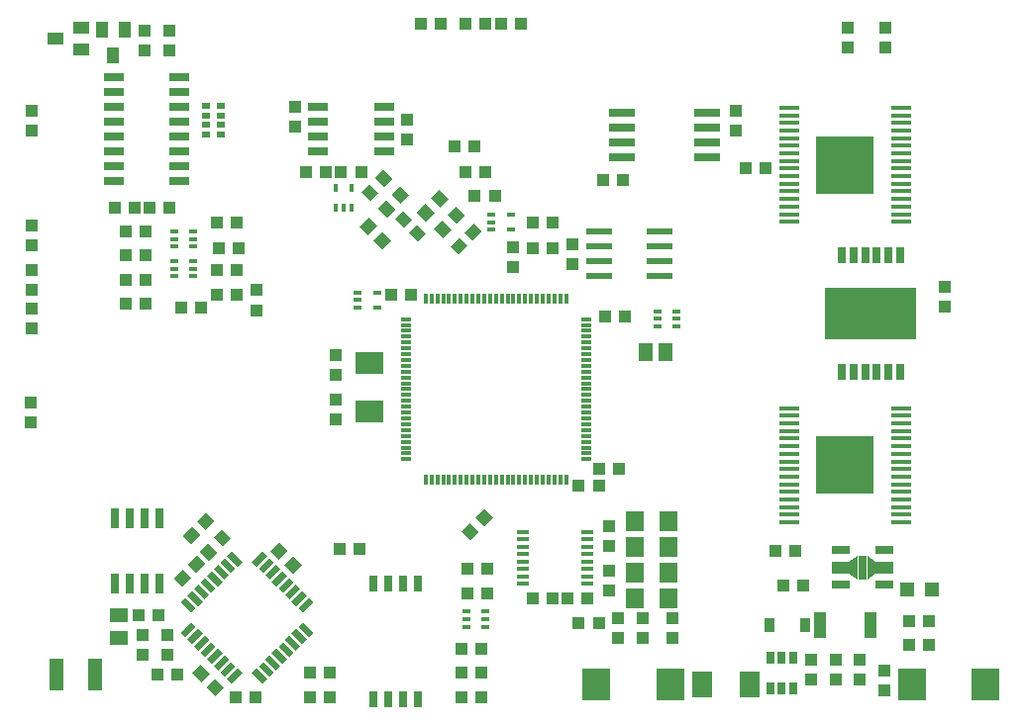
<source format=gbr>
G04 #@! TF.GenerationSoftware,KiCad,Pcbnew,(5.99.0-296-g10468236c)*
G04 #@! TF.CreationDate,2020-04-10T19:10:07+02:00*
G04 #@! TF.ProjectId,kimkong,6b696d6b-6f6e-4672-9e6b-696361645f70,rev?*
G04 #@! TF.SameCoordinates,Original*
G04 #@! TF.FileFunction,Paste,Top*
G04 #@! TF.FilePolarity,Positive*
%FSLAX46Y46*%
G04 Gerber Fmt 4.6, Leading zero omitted, Abs format (unit mm)*
G04 Created by KiCad (PCBNEW (5.99.0-296-g10468236c)) date 2020-04-10 19:10:07*
%MOMM*%
%LPD*%
G04 APERTURE LIST*
%ADD10R,1.000000X2.200000*%
%ADD11R,2.400000X2.800000*%
%ADD12R,1.780000X2.160000*%
%ADD13R,1.500000X0.700000*%
%ADD14R,1.500000X1.000000*%
%ADD15R,0.800000X2.000000*%
%ADD16R,5.000000X5.000000*%
%ADD17R,1.700000X0.380000*%
%ADD18R,2.200000X0.635000*%
%ADD19R,0.690000X1.350000*%
%ADD20R,1.000000X1.100000*%
%ADD21R,1.100000X1.000000*%
%ADD22R,0.800000X0.400000*%
%ADD23R,1.000000X0.400000*%
%ADD24R,1.300000X1.500000*%
%ADD25R,1.500000X1.300000*%
%ADD26R,1.200000X1.200000*%
%ADD27R,1.200000X2.800000*%
%ADD28R,1.000000X1.400000*%
%ADD29R,1.400000X1.000000*%
%ADD30R,1.600000X1.803000*%
%ADD31R,0.690000X0.990000*%
%ADD32R,0.850000X1.200000*%
%ADD33R,2.400000X1.900000*%
%ADD34R,2.200000X0.600000*%
%ADD35R,1.750000X0.650000*%
%ADD36R,0.650000X0.500000*%
%ADD37R,0.650000X1.750000*%
%ADD38R,0.900000X0.300000*%
%ADD39R,0.300000X0.900000*%
%ADD40R,7.800000X4.400000*%
%ADD41R,0.650000X1.350000*%
%ADD42R,0.400000X0.700000*%
%ADD43R,0.700000X0.400000*%
%ADD44R,0.800000X0.350000*%
G04 APERTURE END LIST*
D10*
X173153600Y-127701100D03*
X177453600Y-127701100D03*
D11*
X154056100Y-132781100D03*
X160356100Y-132781100D03*
D12*
X167183600Y-132781100D03*
X163113600Y-132781100D03*
G36*
X176400000Y-123800000D02*
G01*
X175650000Y-123300000D01*
X175650000Y-122300000D01*
X176400000Y-121800000D01*
X176400000Y-123800000D01*
G37*
D13*
X174950000Y-124300000D03*
X174950000Y-121300000D03*
X178650000Y-124300000D03*
D14*
X178650000Y-122800000D03*
D13*
X178650000Y-121300000D03*
D14*
X174950000Y-122800000D03*
G36*
X177200000Y-121800000D02*
G01*
X177950000Y-122300000D01*
X177950000Y-123300000D01*
X177200000Y-123800000D01*
X177200000Y-121800000D01*
G37*
D15*
X176800000Y-122800000D03*
D16*
X175303600Y-88331100D03*
D17*
X180103600Y-83456100D03*
X180103600Y-84106100D03*
X180103600Y-84756100D03*
X180103600Y-85406100D03*
X180103600Y-86056100D03*
X180103600Y-86706100D03*
X180103600Y-87356100D03*
X180103600Y-88006100D03*
X180103600Y-88656100D03*
X180103600Y-89306100D03*
X180103600Y-89956100D03*
X180103600Y-90606100D03*
X180103600Y-91256100D03*
X180103600Y-91906100D03*
X180103600Y-92556100D03*
X180103600Y-93206100D03*
X170503600Y-93206100D03*
X170503600Y-92556100D03*
X170503600Y-91906100D03*
X170503600Y-91256100D03*
X170503600Y-90606100D03*
X170503600Y-89956100D03*
X170503600Y-89306100D03*
X170503600Y-88656100D03*
X170503600Y-88006100D03*
X170503600Y-87356100D03*
X170503600Y-86706100D03*
X170503600Y-86056100D03*
X170503600Y-85406100D03*
X170503600Y-84756100D03*
X170503600Y-84106100D03*
X170503600Y-83456100D03*
D18*
X163556150Y-83886100D03*
X163556150Y-85156100D03*
X163556150Y-86426100D03*
X163556150Y-87696100D03*
X156253550Y-87696100D03*
X156253550Y-86426100D03*
X156253550Y-85156100D03*
X156253550Y-83886100D03*
D19*
X134981100Y-124219850D03*
X138791100Y-124219850D03*
X136251100Y-124219850D03*
X137521100Y-124219850D03*
X134981100Y-134049850D03*
X136251100Y-134049850D03*
X137521100Y-134049850D03*
X138791100Y-134049850D03*
D20*
X131806100Y-106326100D03*
X131806100Y-104626100D03*
X131806100Y-108436100D03*
X131806100Y-110136100D03*
D21*
X144721100Y-125002350D03*
X143021100Y-125002350D03*
D20*
X155142350Y-124741100D03*
X155142350Y-123041100D03*
X155142350Y-120931100D03*
X155142350Y-119231100D03*
D21*
X144721100Y-122938600D03*
X143021100Y-122938600D03*
D22*
X142912350Y-126574850D03*
X142912350Y-127224850D03*
X142912350Y-127874850D03*
X144512350Y-127874850D03*
X144512350Y-127224850D03*
X144512350Y-126574850D03*
D23*
X147788600Y-119763100D03*
X147788600Y-120398100D03*
X147788600Y-121033100D03*
X147788600Y-121668100D03*
X147788600Y-122304100D03*
X147788600Y-122939100D03*
X147788600Y-123574100D03*
X147788600Y-124209100D03*
X153288600Y-124209100D03*
X153288600Y-123574100D03*
X153288600Y-122939100D03*
X153288600Y-122304100D03*
X153288600Y-121668100D03*
X153288600Y-121033100D03*
X153288600Y-120398100D03*
X153288600Y-119763100D03*
D24*
X158261100Y-104364850D03*
X159961100Y-104364850D03*
D20*
X150277350Y-125478600D03*
X148577350Y-125478600D03*
X151593600Y-125478600D03*
X153293600Y-125478600D03*
D21*
X160539850Y-127168600D03*
X160539850Y-128868600D03*
D20*
X152546100Y-127542350D03*
X154246100Y-127542350D03*
D16*
X175303600Y-114048600D03*
D17*
X180103600Y-109173600D03*
X180103600Y-109823600D03*
X180103600Y-110473600D03*
X180103600Y-111123600D03*
X180103600Y-111773600D03*
X180103600Y-112423600D03*
X180103600Y-113073600D03*
X180103600Y-113723600D03*
X180103600Y-114373600D03*
X180103600Y-115023600D03*
X180103600Y-115673600D03*
X180103600Y-116323600D03*
X180103600Y-116973600D03*
X180103600Y-117623600D03*
X180103600Y-118273600D03*
X180103600Y-118923600D03*
X170503600Y-118923600D03*
X170503600Y-118273600D03*
X170503600Y-117623600D03*
X170503600Y-116973600D03*
X170503600Y-116323600D03*
X170503600Y-115673600D03*
X170503600Y-115023600D03*
X170503600Y-114373600D03*
X170503600Y-113723600D03*
X170503600Y-113073600D03*
X170503600Y-112423600D03*
X170503600Y-111773600D03*
X170503600Y-111123600D03*
X170503600Y-110473600D03*
X170503600Y-109823600D03*
X170503600Y-109173600D03*
D25*
X113232350Y-128809850D03*
X113232350Y-126909850D03*
D20*
X182503600Y-127383600D03*
X180803600Y-127383600D03*
D26*
X182703600Y-124684850D03*
X180603600Y-124684850D03*
D27*
X111231100Y-131987350D03*
X107931100Y-131987350D03*
D11*
X187343600Y-132781100D03*
X181043600Y-132781100D03*
D21*
X117518600Y-76844850D03*
X117518600Y-78544850D03*
X115454850Y-76844850D03*
X115454850Y-78544850D03*
D28*
X112756100Y-78953600D03*
X111806100Y-76753600D03*
X113706100Y-76753600D03*
D29*
X107846100Y-77536100D03*
X110046100Y-76586100D03*
X110046100Y-78486100D03*
D30*
X160215600Y-118811100D03*
X157371600Y-118811100D03*
X160215600Y-121033600D03*
X157371600Y-121033600D03*
X160215600Y-123256100D03*
X157371600Y-123256100D03*
X160215600Y-125478600D03*
X157371600Y-125478600D03*
D20*
X116622350Y-126907350D03*
X114922350Y-126907350D03*
D21*
X117359850Y-130297350D03*
X117359850Y-128597350D03*
X115296100Y-128597350D03*
X115296100Y-130297350D03*
G36*
X119901246Y-121753847D02*
G01*
X120608353Y-122460954D01*
X119830536Y-123238771D01*
X119123429Y-122531664D01*
X119901246Y-121753847D01*
G37*
G36*
X118699164Y-122955929D02*
G01*
X119406271Y-123663036D01*
X118628454Y-124440853D01*
X117921347Y-123733746D01*
X118699164Y-122955929D01*
G37*
G36*
X119508847Y-131827204D02*
G01*
X120215954Y-131120097D01*
X120993771Y-131897914D01*
X120286664Y-132605021D01*
X119508847Y-131827204D01*
G37*
G36*
X120710929Y-133029286D02*
G01*
X121418036Y-132322179D01*
X122195853Y-133099996D01*
X121488746Y-133807103D01*
X120710929Y-133029286D01*
G37*
D20*
X123177350Y-133892350D03*
X124877350Y-133892350D03*
X118209850Y-131987350D03*
X116509850Y-131987350D03*
X131227350Y-133892350D03*
X129527350Y-133892350D03*
D21*
X129527350Y-131828600D03*
X131227350Y-131828600D03*
G36*
X120850954Y-120733429D02*
G01*
X121628771Y-121511246D01*
X120921664Y-122218353D01*
X120143847Y-121440536D01*
X120850954Y-120733429D01*
G37*
G36*
X122053036Y-119531347D02*
G01*
X122830853Y-120309164D01*
X122123746Y-121016271D01*
X121345929Y-120238454D01*
X122053036Y-119531347D01*
G37*
G36*
X119422204Y-120789603D02*
G01*
X118715097Y-120082496D01*
X119492914Y-119304679D01*
X120200021Y-120011786D01*
X119422204Y-120789603D01*
G37*
G36*
X120624286Y-119587521D02*
G01*
X119917179Y-118880414D01*
X120694996Y-118102597D01*
X121402103Y-118809704D01*
X120624286Y-119587521D01*
G37*
G36*
X127378429Y-122622496D02*
G01*
X128156246Y-121844679D01*
X128863353Y-122551786D01*
X128085536Y-123329603D01*
X127378429Y-122622496D01*
G37*
G36*
X126176347Y-121420414D02*
G01*
X126954164Y-120642597D01*
X127661271Y-121349704D01*
X126883454Y-122127521D01*
X126176347Y-121420414D01*
G37*
G36*
X118919427Y-128768106D02*
G01*
X118524296Y-128372975D01*
X119422321Y-127474950D01*
X119817452Y-127870081D01*
X118919427Y-128768106D01*
G37*
G36*
X119485113Y-129333791D02*
G01*
X119089982Y-128938660D01*
X119988007Y-128040635D01*
X120383138Y-128435766D01*
X119485113Y-129333791D01*
G37*
G36*
X120050798Y-129899476D02*
G01*
X119655667Y-129504345D01*
X120553692Y-128606320D01*
X120948823Y-129001451D01*
X120050798Y-129899476D01*
G37*
G36*
X120616484Y-130465162D02*
G01*
X120221353Y-130070031D01*
X121119378Y-129172006D01*
X121514509Y-129567137D01*
X120616484Y-130465162D01*
G37*
G36*
X121182169Y-131030847D02*
G01*
X120787038Y-130635716D01*
X121685063Y-129737691D01*
X122080194Y-130132822D01*
X121182169Y-131030847D01*
G37*
G36*
X121747855Y-131596533D02*
G01*
X121352724Y-131201402D01*
X122250749Y-130303377D01*
X122645880Y-130698508D01*
X121747855Y-131596533D01*
G37*
G36*
X122313540Y-132162218D02*
G01*
X121918409Y-131767087D01*
X122816434Y-130869062D01*
X123211565Y-131264193D01*
X122313540Y-132162218D01*
G37*
G36*
X122879225Y-132727904D02*
G01*
X122484094Y-132332773D01*
X123382119Y-131434748D01*
X123777250Y-131829879D01*
X122879225Y-132727904D01*
G37*
G36*
X125492975Y-132727904D02*
G01*
X124594950Y-131829879D01*
X124990081Y-131434748D01*
X125888106Y-132332773D01*
X125492975Y-132727904D01*
G37*
G36*
X126058660Y-132162218D02*
G01*
X125160635Y-131264193D01*
X125555766Y-130869062D01*
X126453791Y-131767087D01*
X126058660Y-132162218D01*
G37*
G36*
X126624345Y-131596533D02*
G01*
X125726320Y-130698508D01*
X126121451Y-130303377D01*
X127019476Y-131201402D01*
X126624345Y-131596533D01*
G37*
G36*
X127190031Y-131030847D02*
G01*
X126292006Y-130132822D01*
X126687137Y-129737691D01*
X127585162Y-130635716D01*
X127190031Y-131030847D01*
G37*
G36*
X127755716Y-130465162D02*
G01*
X126857691Y-129567137D01*
X127252822Y-129172006D01*
X128150847Y-130070031D01*
X127755716Y-130465162D01*
G37*
G36*
X128321402Y-129899476D02*
G01*
X127423377Y-129001451D01*
X127818508Y-128606320D01*
X128716533Y-129504345D01*
X128321402Y-129899476D01*
G37*
G36*
X128887087Y-129333791D02*
G01*
X127989062Y-128435766D01*
X128384193Y-128040635D01*
X129282218Y-128938660D01*
X128887087Y-129333791D01*
G37*
G36*
X129452773Y-128768106D02*
G01*
X128554748Y-127870081D01*
X128949879Y-127474950D01*
X129847904Y-128372975D01*
X129452773Y-128768106D01*
G37*
G36*
X128949879Y-126657250D02*
G01*
X128554748Y-126262119D01*
X129452773Y-125364094D01*
X129847904Y-125759225D01*
X128949879Y-126657250D01*
G37*
G36*
X128384193Y-126091565D02*
G01*
X127989062Y-125696434D01*
X128887087Y-124798409D01*
X129282218Y-125193540D01*
X128384193Y-126091565D01*
G37*
G36*
X127818508Y-125525880D02*
G01*
X127423377Y-125130749D01*
X128321402Y-124232724D01*
X128716533Y-124627855D01*
X127818508Y-125525880D01*
G37*
G36*
X127252822Y-124960194D02*
G01*
X126857691Y-124565063D01*
X127755716Y-123667038D01*
X128150847Y-124062169D01*
X127252822Y-124960194D01*
G37*
G36*
X126687137Y-124394509D02*
G01*
X126292006Y-123999378D01*
X127190031Y-123101353D01*
X127585162Y-123496484D01*
X126687137Y-124394509D01*
G37*
G36*
X126121451Y-123828823D02*
G01*
X125726320Y-123433692D01*
X126624345Y-122535667D01*
X127019476Y-122930798D01*
X126121451Y-123828823D01*
G37*
G36*
X125555766Y-123263138D02*
G01*
X125160635Y-122868007D01*
X126058660Y-121969982D01*
X126453791Y-122365113D01*
X125555766Y-123263138D01*
G37*
G36*
X124990081Y-122697452D02*
G01*
X124594950Y-122302321D01*
X125492975Y-121404296D01*
X125888106Y-121799427D01*
X124990081Y-122697452D01*
G37*
G36*
X123382119Y-122697452D02*
G01*
X122484094Y-121799427D01*
X122879225Y-121404296D01*
X123777250Y-122302321D01*
X123382119Y-122697452D01*
G37*
G36*
X122816434Y-123263138D02*
G01*
X121918409Y-122365113D01*
X122313540Y-121969982D01*
X123211565Y-122868007D01*
X122816434Y-123263138D01*
G37*
G36*
X122250749Y-123828823D02*
G01*
X121352724Y-122930798D01*
X121747855Y-122535667D01*
X122645880Y-123433692D01*
X122250749Y-123828823D01*
G37*
G36*
X121685063Y-124394509D02*
G01*
X120787038Y-123496484D01*
X121182169Y-123101353D01*
X122080194Y-123999378D01*
X121685063Y-124394509D01*
G37*
G36*
X121119378Y-124960194D02*
G01*
X120221353Y-124062169D01*
X120616484Y-123667038D01*
X121514509Y-124565063D01*
X121119378Y-124960194D01*
G37*
G36*
X120553692Y-125525880D02*
G01*
X119655667Y-124627855D01*
X120050798Y-124232724D01*
X120948823Y-125130749D01*
X120553692Y-125525880D01*
G37*
G36*
X119988007Y-126091565D02*
G01*
X119089982Y-125193540D01*
X119485113Y-124798409D01*
X120383138Y-125696434D01*
X119988007Y-126091565D01*
G37*
G36*
X119422321Y-126657250D02*
G01*
X118524296Y-125759225D01*
X118919427Y-125364094D01*
X119817452Y-126262119D01*
X119422321Y-126657250D01*
G37*
D31*
X168956100Y-133128600D03*
X169906100Y-133128600D03*
X170856100Y-133128600D03*
X170856100Y-130528600D03*
X169906100Y-130528600D03*
X168956100Y-130528600D03*
D20*
X172446100Y-130661100D03*
X172446100Y-132361100D03*
D21*
X178637350Y-133313600D03*
X178637350Y-131613600D03*
X174509850Y-130661100D03*
X174509850Y-132361100D03*
D20*
X176573600Y-132361100D03*
X176573600Y-130661100D03*
D21*
X169373600Y-121351100D03*
X171073600Y-121351100D03*
X170008600Y-124367350D03*
X171708600Y-124367350D03*
X182503600Y-129447350D03*
X180803600Y-129447350D03*
D32*
X171882350Y-127701100D03*
X168882350Y-127701100D03*
D33*
X134663600Y-105331100D03*
X134663600Y-109431100D03*
D20*
X183876100Y-100452350D03*
X183876100Y-98752350D03*
X166833600Y-88648600D03*
X168533600Y-88648600D03*
D22*
X159263600Y-100857350D03*
X159263600Y-101507350D03*
X159263600Y-102157350D03*
X160863600Y-102157350D03*
X160863600Y-101507350D03*
X160863600Y-100857350D03*
D20*
X150277350Y-95474850D03*
X148577350Y-95474850D03*
X151967350Y-96801100D03*
X151967350Y-95101100D03*
D34*
X154288600Y-95316100D03*
X159488600Y-95316100D03*
X154288600Y-94046100D03*
X154288600Y-96586100D03*
X154288600Y-97856100D03*
X159488600Y-94046100D03*
X159488600Y-96586100D03*
X159488600Y-97856100D03*
D21*
X154246100Y-115794850D03*
X152546100Y-115794850D03*
X154768600Y-101348600D03*
X156468600Y-101348600D03*
X154292350Y-114366100D03*
X155992350Y-114366100D03*
D35*
X118413600Y-88489850D03*
X112813600Y-88489850D03*
X118413600Y-89759850D03*
X118413600Y-87219850D03*
X118413600Y-85949850D03*
X112813600Y-89759850D03*
X112813600Y-87219850D03*
X112813600Y-85949850D03*
X118413600Y-83409850D03*
X112813600Y-83409850D03*
X118413600Y-84679850D03*
X118413600Y-82139850D03*
X118413600Y-80869850D03*
X112813600Y-84679850D03*
X112813600Y-82139850D03*
X112813600Y-80869850D03*
D36*
X121953600Y-85721100D03*
X121953600Y-84921100D03*
X121953600Y-84121100D03*
X121953600Y-83321100D03*
X120703600Y-83321100D03*
X120703600Y-84121100D03*
X120703600Y-84921100D03*
X120703600Y-85721100D03*
D37*
X114184850Y-124151100D03*
X114184850Y-118551100D03*
X112914850Y-124151100D03*
X115454850Y-124151100D03*
X116724850Y-124151100D03*
X112914850Y-118551100D03*
X115454850Y-118551100D03*
X116724850Y-118551100D03*
D20*
X124979850Y-100769850D03*
X124979850Y-99069850D03*
D21*
X113811100Y-96109850D03*
X115511100Y-96109850D03*
D20*
X115874850Y-91982350D03*
X117574850Y-91982350D03*
X142544850Y-133892350D03*
X144244850Y-133892350D03*
X144244850Y-129764850D03*
X142544850Y-129764850D03*
D21*
X123289850Y-99443600D03*
X121589850Y-99443600D03*
X113811100Y-98173600D03*
X115511100Y-98173600D03*
X113811100Y-94046100D03*
X115511100Y-94046100D03*
X123448600Y-95474850D03*
X121748600Y-95474850D03*
X113811100Y-100237350D03*
X115511100Y-100237350D03*
X123289850Y-97379850D03*
X121589850Y-97379850D03*
X144244850Y-131828600D03*
X142544850Y-131828600D03*
X146887350Y-97118600D03*
X146887350Y-95418600D03*
D22*
X117988600Y-96571100D03*
X117988600Y-97221100D03*
X117988600Y-97871100D03*
X119588600Y-97871100D03*
X119588600Y-97221100D03*
X119588600Y-96571100D03*
X117988600Y-94031100D03*
X117988600Y-94681100D03*
X117988600Y-95331100D03*
X119588600Y-95331100D03*
X119588600Y-94681100D03*
X119588600Y-94031100D03*
D38*
X137738600Y-101539850D03*
X137738600Y-102039850D03*
X137738600Y-102539850D03*
X137738600Y-103039850D03*
X137738600Y-103539850D03*
X137738600Y-104039850D03*
X137738600Y-104539850D03*
X137738600Y-105039850D03*
X137738600Y-105539850D03*
X137738600Y-106039850D03*
X137738600Y-106539850D03*
X137738600Y-107039850D03*
X137738600Y-107539850D03*
X137738600Y-108039850D03*
X137738600Y-108539850D03*
X137738600Y-109039850D03*
X137738600Y-109539850D03*
X137738600Y-110039850D03*
X137738600Y-110539850D03*
X137738600Y-111039850D03*
X137738600Y-111539850D03*
X137738600Y-112039850D03*
X137738600Y-112539850D03*
X137738600Y-113039850D03*
X137738600Y-113539850D03*
D39*
X139458600Y-115259850D03*
X139958600Y-115259850D03*
X140458600Y-115259850D03*
X140958600Y-115259850D03*
X141458600Y-115259850D03*
X141958600Y-115259850D03*
X142458600Y-115259850D03*
X142958600Y-115259850D03*
X143458600Y-115259850D03*
X143958600Y-115259850D03*
X144458600Y-115259850D03*
X144958600Y-115259850D03*
X145458600Y-115259850D03*
X145958600Y-115259850D03*
X146458600Y-115259850D03*
X146958600Y-115259850D03*
X147458600Y-115259850D03*
X147958600Y-115259850D03*
X148458600Y-115259850D03*
X148958600Y-115259850D03*
X149458600Y-115259850D03*
X149958600Y-115259850D03*
X150458600Y-115259850D03*
X150958600Y-115259850D03*
X151458600Y-115259850D03*
D38*
X153178600Y-113539850D03*
X153178600Y-113039850D03*
X153178600Y-112539850D03*
X153178600Y-112039850D03*
X153178600Y-111539850D03*
X153178600Y-111039850D03*
X153178600Y-110539850D03*
X153178600Y-110039850D03*
X153178600Y-109539850D03*
X153178600Y-109039850D03*
X153178600Y-108539850D03*
X153178600Y-108039850D03*
X153178600Y-107539850D03*
X153178600Y-107039850D03*
X153178600Y-106539850D03*
X153178600Y-106039850D03*
X153178600Y-105539850D03*
X153178600Y-105039850D03*
X153178600Y-104539850D03*
X153178600Y-104039850D03*
X153178600Y-103539850D03*
X153178600Y-103039850D03*
X153178600Y-102539850D03*
X153178600Y-102039850D03*
X153178600Y-101539850D03*
D39*
X151458600Y-99819850D03*
X150958600Y-99819850D03*
X150458600Y-99819850D03*
X149958600Y-99819850D03*
X149458600Y-99819850D03*
X148958600Y-99819850D03*
X148458600Y-99819850D03*
X147958600Y-99819850D03*
X147458600Y-99819850D03*
X146958600Y-99819850D03*
X146458600Y-99819850D03*
X145958600Y-99819850D03*
X145458600Y-99819850D03*
X144958600Y-99819850D03*
X144458600Y-99819850D03*
X143958600Y-99819850D03*
X143458600Y-99819850D03*
X142958600Y-99819850D03*
X142458600Y-99819850D03*
X141958600Y-99819850D03*
X141458600Y-99819850D03*
X140958600Y-99819850D03*
X140458600Y-99819850D03*
X139958600Y-99819850D03*
X139458600Y-99819850D03*
G36*
X136812597Y-92933454D02*
G01*
X137519704Y-92226347D01*
X138297521Y-93004164D01*
X137590414Y-93711271D01*
X136812597Y-92933454D01*
G37*
G36*
X138014679Y-94135536D02*
G01*
X138721786Y-93428429D01*
X139499603Y-94206246D01*
X138792496Y-94913353D01*
X138014679Y-94135536D01*
G37*
D21*
X142862350Y-88966100D03*
X144562350Y-88966100D03*
G36*
X140697496Y-91965021D02*
G01*
X139919679Y-91187204D01*
X140626786Y-90480097D01*
X141404603Y-91257914D01*
X140697496Y-91965021D01*
G37*
G36*
X139495414Y-93167103D02*
G01*
X138717597Y-92389286D01*
X139424704Y-91682179D01*
X140202521Y-92459996D01*
X139495414Y-93167103D01*
G37*
D20*
X144562350Y-76266100D03*
X142862350Y-76266100D03*
G36*
X134662204Y-89935929D02*
G01*
X135440021Y-90713746D01*
X134732914Y-91420853D01*
X133955097Y-90643036D01*
X134662204Y-89935929D01*
G37*
G36*
X135864286Y-88733847D02*
G01*
X136642103Y-89511664D01*
X135934996Y-90218771D01*
X135157179Y-89440954D01*
X135864286Y-88733847D01*
G37*
G36*
X136090954Y-91364679D02*
G01*
X136868771Y-92142496D01*
X136161664Y-92849603D01*
X135383847Y-92071786D01*
X136090954Y-91364679D01*
G37*
G36*
X137293036Y-90162597D02*
G01*
X138070853Y-90940414D01*
X137363746Y-91647521D01*
X136585929Y-90869704D01*
X137293036Y-90162597D01*
G37*
X143656100Y-91029850D03*
X145356100Y-91029850D03*
X133926100Y-88966100D03*
X132226100Y-88966100D03*
D21*
X137838600Y-86164850D03*
X137838600Y-84464850D03*
X128313600Y-85053600D03*
X128313600Y-83353600D03*
D35*
X130276100Y-84679850D03*
X135876100Y-84679850D03*
X130276100Y-83409850D03*
X130276100Y-85949850D03*
X130276100Y-87219850D03*
X135876100Y-83409850D03*
X135876100Y-85949850D03*
X135876100Y-87219850D03*
G36*
X142126246Y-93393771D02*
G01*
X141348429Y-92615954D01*
X142055536Y-91908847D01*
X142833353Y-92686664D01*
X142126246Y-93393771D01*
G37*
G36*
X140924164Y-94595853D02*
G01*
X140146347Y-93818036D01*
X140853454Y-93110929D01*
X141631271Y-93888746D01*
X140924164Y-94595853D01*
G37*
G36*
X143554996Y-93337597D02*
G01*
X144262103Y-94044704D01*
X143484286Y-94822521D01*
X142777179Y-94115414D01*
X143554996Y-93337597D01*
G37*
G36*
X142352914Y-94539679D02*
G01*
X143060021Y-95246786D01*
X142282204Y-96024603D01*
X141575097Y-95317496D01*
X142352914Y-94539679D01*
G37*
D20*
X175560000Y-76556600D03*
X175560000Y-78256600D03*
X178735000Y-76556600D03*
X178735000Y-78256600D03*
D21*
X139052350Y-76266100D03*
X140752350Y-76266100D03*
D40*
X177526100Y-101031100D03*
D41*
X175026100Y-106031100D03*
X176026100Y-106031100D03*
X177026100Y-106031100D03*
X178026100Y-106031100D03*
X179026100Y-106031100D03*
X180026100Y-106031100D03*
X180026100Y-96031100D03*
X179026100Y-96031100D03*
X178026100Y-96031100D03*
X177026100Y-96031100D03*
X176026100Y-96031100D03*
X175026100Y-96031100D03*
D42*
X131791100Y-92038600D03*
X132441100Y-92038600D03*
X133091100Y-92038600D03*
X133091100Y-90338600D03*
X131791100Y-90338600D03*
D21*
X130909850Y-88966100D03*
X129209850Y-88966100D03*
X155936100Y-128868600D03*
X155936100Y-127168600D03*
X157999850Y-128868600D03*
X157999850Y-127168600D03*
D20*
X112858600Y-91982350D03*
X114558600Y-91982350D03*
G36*
X135281271Y-93568454D02*
G01*
X134503454Y-94346271D01*
X133796347Y-93639164D01*
X134574164Y-92861347D01*
X135281271Y-93568454D01*
G37*
G36*
X136483353Y-94770536D02*
G01*
X135705536Y-95548353D01*
X134998429Y-94841246D01*
X135776246Y-94063429D01*
X136483353Y-94770536D01*
G37*
D43*
X145084850Y-92602350D03*
X145084850Y-93252350D03*
X145084850Y-93902350D03*
X146784850Y-93902350D03*
X146784850Y-92602350D03*
D21*
X148577350Y-93252350D03*
X150277350Y-93252350D03*
D44*
X135354850Y-100569850D03*
X135354850Y-99269850D03*
X133654850Y-99269850D03*
X133654850Y-99919850D03*
X133654850Y-100569850D03*
D21*
X105771100Y-102357350D03*
X105771100Y-100657350D03*
X105771100Y-83671100D03*
X105771100Y-85371100D03*
X105771100Y-97323600D03*
X105771100Y-99023600D03*
X105771100Y-93513600D03*
X105771100Y-95213600D03*
X105700000Y-108650000D03*
X105700000Y-110350000D03*
D20*
X141909850Y-86743600D03*
X143609850Y-86743600D03*
X145878600Y-76266100D03*
X147578600Y-76266100D03*
D21*
X123289850Y-93252350D03*
X121589850Y-93252350D03*
X120273600Y-100554850D03*
X118573600Y-100554850D03*
X132067350Y-121192350D03*
X133767350Y-121192350D03*
X136512350Y-99443600D03*
X138212350Y-99443600D03*
D20*
X165937350Y-83671100D03*
X165937350Y-85371100D03*
X156309850Y-89601100D03*
X154609850Y-89601100D03*
G36*
X144507496Y-119270021D02*
G01*
X143729679Y-118492204D01*
X144436786Y-117785097D01*
X145214603Y-118562914D01*
X144507496Y-119270021D01*
G37*
G36*
X143305414Y-120472103D02*
G01*
X142527597Y-119694286D01*
X143234704Y-118987179D01*
X144012521Y-119764996D01*
X143305414Y-120472103D01*
G37*
M02*

</source>
